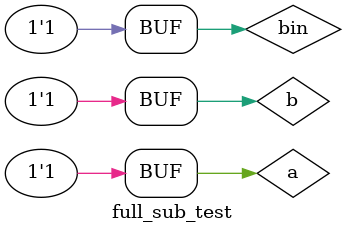
<source format=v>
module full_sub_test;
reg a,b,bin;
wire bout,d;
full_sub_beh inst(.a(a),.b(b),.bin(bin),.bout(bout),.d(d));
initial begin
a=1'b0;b=1'b0;bin=1'b0;
#100
a=1'b0;b=1'b0;bin=1'b1;
#100
a=1'b0;b=1'b1;bin=1'b0;
#100
a=1'b0;b=1'b1;bin=1'b1;
#100
a=1'b1;b=1'b0;bin=1'b0;
#100
a=1'b1;b=1'b0;bin=1'b1;
#100
a=1'b1;b=1'b1;bin=1'b0;
#100
a=1'b1;b=1'b1;bin=1'b1;
end
endmodule

</source>
